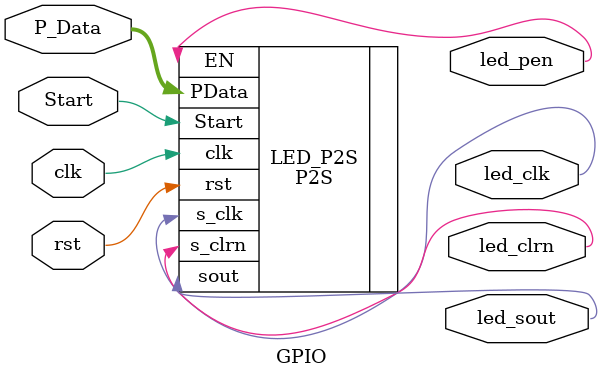
<source format=v>
`timescale 1ns / 1ps

module GPIO(input wire clk,
				input wire rst,
				input wire Start,
				input wire [15:0] P_Data, // input data
				output wire led_clk, // output LED signal
				output wire led_sout,
				output wire led_clrn,
				output wire led_pen);

	
	P2S #(.DATA_BITS(16), .DATA_COUNT_BITS(4)) // use P2S to output
		LED_P2S (.clk(clk), .rst(rst), .Start(Start), 
				 .PData(P_Data), .s_clk(led_clk), .s_clrn(led_clrn), 
				 .sout(led_sout), .EN(led_pen));

endmodule

</source>
